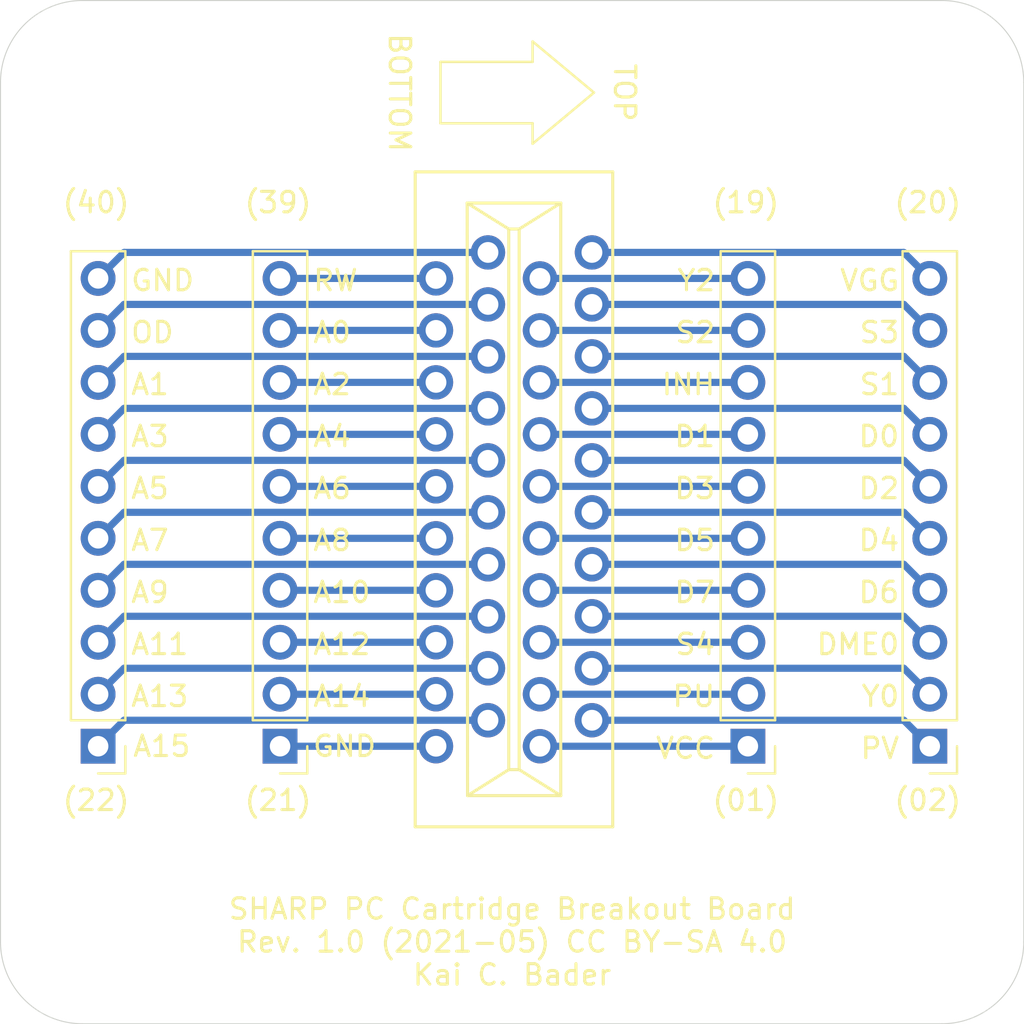
<source format=kicad_pcb>
(kicad_pcb (version 20171130) (host pcbnew 5.1.10-88a1d61d58~88~ubuntu20.10.1)

  (general
    (thickness 1.6)
    (drawings 68)
    (tracks 60)
    (zones 0)
    (modules 9)
    (nets 41)
  )

  (page User 210.007 148.488)
  (title_block
    (title "SHARP PC Cartridge Breakout Board")
    (date 2021-05-08)
    (rev 1.0)
    (company www.KaiBader.de)
    (comment 1 "CC BY-SA 4.0")
    (comment 2 "Kai C. Bader")
  )

  (layers
    (0 F.Cu signal hide)
    (31 B.Cu signal hide)
    (32 B.Adhes user)
    (33 F.Adhes user)
    (34 B.Paste user)
    (35 F.Paste user)
    (36 B.SilkS user)
    (37 F.SilkS user)
    (38 B.Mask user)
    (39 F.Mask user)
    (40 Dwgs.User user)
    (41 Cmts.User user hide)
    (42 Eco1.User user)
    (43 Eco2.User user)
    (44 Edge.Cuts user)
    (45 Margin user)
    (46 B.CrtYd user)
    (47 F.CrtYd user)
    (48 B.Fab user)
    (49 F.Fab user hide)
  )

  (setup
    (last_trace_width 0.35)
    (trace_clearance 0.2)
    (zone_clearance 0.508)
    (zone_45_only no)
    (trace_min 0.2)
    (via_size 0.8)
    (via_drill 0.4)
    (via_min_size 0.4)
    (via_min_drill 0.3)
    (uvia_size 0.3)
    (uvia_drill 0.1)
    (uvias_allowed no)
    (uvia_min_size 0.2)
    (uvia_min_drill 0.1)
    (edge_width 0.05)
    (segment_width 0.2)
    (pcb_text_width 0.3)
    (pcb_text_size 1.5 1.5)
    (mod_edge_width 0.12)
    (mod_text_size 1 1)
    (mod_text_width 0.15)
    (pad_size 1.524 1.524)
    (pad_drill 0.762)
    (pad_to_mask_clearance 0)
    (aux_axis_origin 0 0)
    (visible_elements FFFFFF7F)
    (pcbplotparams
      (layerselection 0x010ec_ffffffff)
      (usegerberextensions true)
      (usegerberattributes false)
      (usegerberadvancedattributes false)
      (creategerberjobfile false)
      (excludeedgelayer true)
      (linewidth 0.100000)
      (plotframeref false)
      (viasonmask false)
      (mode 1)
      (useauxorigin false)
      (hpglpennumber 1)
      (hpglpenspeed 20)
      (hpglpendiameter 15.000000)
      (psnegative false)
      (psa4output false)
      (plotreference true)
      (plotvalue false)
      (plotinvisibletext false)
      (padsonsilk false)
      (subtractmaskfromsilk true)
      (outputformat 1)
      (mirror false)
      (drillshape 0)
      (scaleselection 1)
      (outputdirectory "Gerber/"))
  )

  (net 0 "")
  (net 1 "Net-(J1-Pad1)")
  (net 2 "Net-(J1-Pad2)")
  (net 3 "Net-(J1-Pad3)")
  (net 4 "Net-(J1-Pad4)")
  (net 5 "Net-(J1-Pad5)")
  (net 6 "Net-(J1-Pad6)")
  (net 7 "Net-(J1-Pad7)")
  (net 8 "Net-(J1-Pad8)")
  (net 9 "Net-(J1-Pad9)")
  (net 10 "Net-(J1-Pad10)")
  (net 11 "Net-(J2-Pad10)")
  (net 12 "Net-(J2-Pad9)")
  (net 13 "Net-(J2-Pad8)")
  (net 14 "Net-(J2-Pad7)")
  (net 15 "Net-(J2-Pad6)")
  (net 16 "Net-(J2-Pad5)")
  (net 17 "Net-(J2-Pad4)")
  (net 18 "Net-(J2-Pad3)")
  (net 19 "Net-(J2-Pad2)")
  (net 20 "Net-(J2-Pad1)")
  (net 21 "Net-(J3-Pad22)")
  (net 22 "Net-(J3-Pad24)")
  (net 23 "Net-(J3-Pad26)")
  (net 24 "Net-(J3-Pad28)")
  (net 25 "Net-(J3-Pad30)")
  (net 26 "Net-(J3-Pad32)")
  (net 27 "Net-(J3-Pad34)")
  (net 28 "Net-(J3-Pad36)")
  (net 29 "Net-(J3-Pad38)")
  (net 30 "Net-(J3-Pad40)")
  (net 31 "Net-(J3-Pad2)")
  (net 32 "Net-(J3-Pad4)")
  (net 33 "Net-(J3-Pad6)")
  (net 34 "Net-(J3-Pad8)")
  (net 35 "Net-(J3-Pad10)")
  (net 36 "Net-(J3-Pad12)")
  (net 37 "Net-(J3-Pad14)")
  (net 38 "Net-(J3-Pad16)")
  (net 39 "Net-(J3-Pad18)")
  (net 40 "Net-(J3-Pad20)")

  (net_class Default "This is the default net class."
    (clearance 0.2)
    (trace_width 0.35)
    (via_dia 0.8)
    (via_drill 0.4)
    (uvia_dia 0.3)
    (uvia_drill 0.1)
    (add_net "Net-(J1-Pad1)")
    (add_net "Net-(J1-Pad10)")
    (add_net "Net-(J1-Pad2)")
    (add_net "Net-(J1-Pad3)")
    (add_net "Net-(J1-Pad4)")
    (add_net "Net-(J1-Pad5)")
    (add_net "Net-(J1-Pad6)")
    (add_net "Net-(J1-Pad7)")
    (add_net "Net-(J1-Pad8)")
    (add_net "Net-(J1-Pad9)")
    (add_net "Net-(J2-Pad1)")
    (add_net "Net-(J2-Pad10)")
    (add_net "Net-(J2-Pad2)")
    (add_net "Net-(J2-Pad3)")
    (add_net "Net-(J2-Pad4)")
    (add_net "Net-(J2-Pad5)")
    (add_net "Net-(J2-Pad6)")
    (add_net "Net-(J2-Pad7)")
    (add_net "Net-(J2-Pad8)")
    (add_net "Net-(J2-Pad9)")
    (add_net "Net-(J3-Pad10)")
    (add_net "Net-(J3-Pad12)")
    (add_net "Net-(J3-Pad14)")
    (add_net "Net-(J3-Pad16)")
    (add_net "Net-(J3-Pad18)")
    (add_net "Net-(J3-Pad2)")
    (add_net "Net-(J3-Pad20)")
    (add_net "Net-(J3-Pad22)")
    (add_net "Net-(J3-Pad24)")
    (add_net "Net-(J3-Pad26)")
    (add_net "Net-(J3-Pad28)")
    (add_net "Net-(J3-Pad30)")
    (add_net "Net-(J3-Pad32)")
    (add_net "Net-(J3-Pad34)")
    (add_net "Net-(J3-Pad36)")
    (add_net "Net-(J3-Pad38)")
    (add_net "Net-(J3-Pad4)")
    (add_net "Net-(J3-Pad40)")
    (add_net "Net-(J3-Pad6)")
    (add_net "Net-(J3-Pad8)")
  )

  (module MountingHole:MountingHole_3.2mm_M3 (layer F.Cu) (tedit 56D1B4CB) (tstamp 60933ADD)
    (at 84 44)
    (descr "Mounting Hole 3.2mm, no annular, M3")
    (tags "mounting hole 3.2mm no annular m3")
    (path /6094D8C5)
    (attr virtual)
    (fp_text reference H1 (at 0 -4.2) (layer F.SilkS) hide
      (effects (font (size 1 1) (thickness 0.15)))
    )
    (fp_text value M3 (at 0 4.2) (layer F.Fab)
      (effects (font (size 1 1) (thickness 0.15)))
    )
    (fp_circle (center 0 0) (end 3.45 0) (layer F.CrtYd) (width 0.05))
    (fp_circle (center 0 0) (end 3.2 0) (layer Cmts.User) (width 0.15))
    (fp_text user %R (at 0.3 0) (layer F.Fab)
      (effects (font (size 1 1) (thickness 0.15)))
    )
    (pad 1 np_thru_hole circle (at 0 0) (size 3.2 3.2) (drill 3.2) (layers *.Cu *.Mask))
  )

  (module MountingHole:MountingHole_3.2mm_M3 (layer F.Cu) (tedit 56D1B4CB) (tstamp 609340A6)
    (at 126 44)
    (descr "Mounting Hole 3.2mm, no annular, M3")
    (tags "mounting hole 3.2mm no annular m3")
    (path /6094EF39)
    (attr virtual)
    (fp_text reference H2 (at 0 -4.2) (layer F.SilkS) hide
      (effects (font (size 1 1) (thickness 0.15)))
    )
    (fp_text value M3 (at 0 4.2) (layer F.Fab)
      (effects (font (size 1 1) (thickness 0.15)))
    )
    (fp_circle (center 0 0) (end 3.2 0) (layer Cmts.User) (width 0.15))
    (fp_circle (center 0 0) (end 3.45 0) (layer F.CrtYd) (width 0.05))
    (fp_text user %R (at 0.3 0) (layer F.Fab)
      (effects (font (size 1 1) (thickness 0.15)))
    )
    (pad 1 np_thru_hole circle (at 0 0) (size 3.2 3.2) (drill 3.2) (layers *.Cu *.Mask))
  )

  (module MountingHole:MountingHole_3.2mm_M3 (layer F.Cu) (tedit 56D1B4CB) (tstamp 60934E00)
    (at 126 86)
    (descr "Mounting Hole 3.2mm, no annular, M3")
    (tags "mounting hole 3.2mm no annular m3")
    (path /6094F52A)
    (attr virtual)
    (fp_text reference H3 (at 0 -4.2) (layer F.SilkS) hide
      (effects (font (size 1 1) (thickness 0.15)))
    )
    (fp_text value M3 (at 0 4.2) (layer F.Fab)
      (effects (font (size 1 1) (thickness 0.15)))
    )
    (fp_circle (center 0 0) (end 3.45 0) (layer F.CrtYd) (width 0.05))
    (fp_circle (center 0 0) (end 3.2 0) (layer Cmts.User) (width 0.15))
    (fp_text user %R (at 0.3 0) (layer F.Fab)
      (effects (font (size 1 1) (thickness 0.15)))
    )
    (pad 1 np_thru_hole circle (at 0 0) (size 3.2 3.2) (drill 3.2) (layers *.Cu *.Mask))
  )

  (module MountingHole:MountingHole_3.2mm_M3 (layer F.Cu) (tedit 56D1B4CB) (tstamp 6093411D)
    (at 84 86)
    (descr "Mounting Hole 3.2mm, no annular, M3")
    (tags "mounting hole 3.2mm no annular m3")
    (path /6094FB3E)
    (attr virtual)
    (fp_text reference H4 (at 0 -4.2) (layer F.SilkS) hide
      (effects (font (size 1 1) (thickness 0.15)))
    )
    (fp_text value M3 (at 0 4.2) (layer F.Fab)
      (effects (font (size 1 1) (thickness 0.15)))
    )
    (fp_circle (center 0 0) (end 3.2 0) (layer Cmts.User) (width 0.15))
    (fp_circle (center 0 0) (end 3.45 0) (layer F.CrtYd) (width 0.05))
    (fp_text user %R (at 0.3 0) (layer F.Fab)
      (effects (font (size 1 1) (thickness 0.15)))
    )
    (pad 1 np_thru_hole circle (at 0 0) (size 3.2 3.2) (drill 3.2) (layers *.Cu *.Mask))
  )

  (module Sharp-PC-Footprints:KLS1-503-40-S (layer F.Cu) (tedit 6078A86C) (tstamp 60957417)
    (at 105.09 64.375 90)
    (descr "Sharp PC Slot Connector")
    (tags "SHARP PC SLOT CONNECTOR")
    (path /609551D6)
    (attr virtual)
    (fp_text reference J3 (at -13.335 5.715 90) (layer F.SilkS) hide
      (effects (font (size 1 1) (thickness 0.15)))
    )
    (fp_text value "40-Pin Connector" (at 9.525 5.715 90) (layer F.Fab)
      (effects (font (size 1 1) (thickness 0.15)))
    )
    (fp_line (start -16.256 5.08) (end -16.256 -5.08) (layer F.CrtYd) (width 0.05))
    (fp_line (start 16.256 5.08) (end -16.256 5.08) (layer F.CrtYd) (width 0.05))
    (fp_line (start 16.256 -5.08) (end 16.256 5.08) (layer F.CrtYd) (width 0.05))
    (fp_line (start -16.256 -5.08) (end 16.256 -5.08) (layer F.CrtYd) (width 0.05))
    (fp_line (start 14.478 2.286) (end 13.208 0.254) (layer F.SilkS) (width 0.15))
    (fp_line (start 14.478 -2.286) (end 13.208 -0.254) (layer F.SilkS) (width 0.15))
    (fp_line (start -14.478 -2.26822) (end -13.208 -0.254) (layer F.SilkS) (width 0.15))
    (fp_line (start -14.478 2.286) (end -13.208 0.254) (layer F.SilkS) (width 0.15))
    (fp_line (start 14.478 2.286) (end 14.478 -2.286) (layer F.SilkS) (width 0.15))
    (fp_line (start -14.478 -2.26822) (end -14.478 2.286) (layer F.SilkS) (width 0.15))
    (fp_line (start -14.478 2.286) (end 14.478 2.286) (layer F.SilkS) (width 0.15))
    (fp_line (start 14.478 -2.286) (end -14.478 -2.26822) (layer F.SilkS) (width 0.15))
    (fp_line (start -13.208 -0.254) (end -13.208 0.254) (layer F.SilkS) (width 0.15))
    (fp_line (start 13.208 -0.254) (end -13.208 -0.254) (layer F.SilkS) (width 0.15))
    (fp_line (start 13.208 0.254) (end 13.208 -0.254) (layer F.SilkS) (width 0.15))
    (fp_line (start -13.208 0.254) (end 13.208 0.254) (layer F.SilkS) (width 0.15))
    (fp_line (start -16.002 -4.826) (end -16.002 4.826) (layer F.SilkS) (width 0.15))
    (fp_line (start 16.002 -4.826) (end -16.002 -4.826) (layer F.SilkS) (width 0.15))
    (fp_line (start 16.002 4.826) (end 16.002 -4.826) (layer F.SilkS) (width 0.15))
    (fp_line (start -16.002 4.826) (end 16.002 4.826) (layer F.SilkS) (width 0.15))
    (pad 21 thru_hole circle (at -12.065 -3.81 90) (size 1.6764 1.6764) (drill 1.016) (layers *.Cu *.Mask)
      (net 20 "Net-(J2-Pad1)"))
    (pad 22 thru_hole circle (at -10.795 -1.27 90) (size 1.6764 1.6764) (drill 1.016) (layers *.Cu *.Mask)
      (net 21 "Net-(J3-Pad22)"))
    (pad 23 thru_hole circle (at -9.525 -3.81 90) (size 1.6764 1.6764) (drill 1.016) (layers *.Cu *.Mask)
      (net 19 "Net-(J2-Pad2)"))
    (pad 24 thru_hole circle (at -8.255 -1.27 90) (size 1.6764 1.6764) (drill 1.016) (layers *.Cu *.Mask)
      (net 22 "Net-(J3-Pad24)"))
    (pad 25 thru_hole circle (at -6.985 -3.81 90) (size 1.6764 1.6764) (drill 1.016) (layers *.Cu *.Mask)
      (net 18 "Net-(J2-Pad3)"))
    (pad 26 thru_hole circle (at -5.715 -1.27 90) (size 1.6764 1.6764) (drill 1.016) (layers *.Cu *.Mask)
      (net 23 "Net-(J3-Pad26)"))
    (pad 27 thru_hole circle (at -4.445 -3.81 90) (size 1.6764 1.6764) (drill 1.016) (layers *.Cu *.Mask)
      (net 17 "Net-(J2-Pad4)"))
    (pad 28 thru_hole circle (at -3.175 -1.27 90) (size 1.6764 1.6764) (drill 1.016) (layers *.Cu *.Mask)
      (net 24 "Net-(J3-Pad28)"))
    (pad 29 thru_hole circle (at -1.905 -3.81 90) (size 1.6764 1.6764) (drill 1.016) (layers *.Cu *.Mask)
      (net 16 "Net-(J2-Pad5)"))
    (pad 30 thru_hole circle (at -0.635 -1.27 90) (size 1.6764 1.6764) (drill 1.016) (layers *.Cu *.Mask)
      (net 25 "Net-(J3-Pad30)"))
    (pad 31 thru_hole circle (at 0.635 -3.81 90) (size 1.6764 1.6764) (drill 1.016) (layers *.Cu *.Mask)
      (net 15 "Net-(J2-Pad6)"))
    (pad 32 thru_hole circle (at 1.905 -1.27 90) (size 1.6764 1.6764) (drill 1.016) (layers *.Cu *.Mask)
      (net 26 "Net-(J3-Pad32)"))
    (pad 33 thru_hole circle (at 3.175 -3.81 90) (size 1.6764 1.6764) (drill 1.016) (layers *.Cu *.Mask)
      (net 14 "Net-(J2-Pad7)"))
    (pad 34 thru_hole circle (at 4.445 -1.27 90) (size 1.6764 1.6764) (drill 1.016) (layers *.Cu *.Mask)
      (net 27 "Net-(J3-Pad34)"))
    (pad 35 thru_hole circle (at 5.715 -3.81 90) (size 1.6764 1.6764) (drill 1.016) (layers *.Cu *.Mask)
      (net 13 "Net-(J2-Pad8)"))
    (pad 36 thru_hole circle (at 6.985 -1.27 90) (size 1.6764 1.6764) (drill 1.016) (layers *.Cu *.Mask)
      (net 28 "Net-(J3-Pad36)"))
    (pad 37 thru_hole circle (at 8.255 -3.81 90) (size 1.6764 1.6764) (drill 1.016) (layers *.Cu *.Mask)
      (net 12 "Net-(J2-Pad9)"))
    (pad 38 thru_hole circle (at 9.525 -1.27 90) (size 1.6764 1.6764) (drill 1.016) (layers *.Cu *.Mask)
      (net 29 "Net-(J3-Pad38)"))
    (pad 39 thru_hole circle (at 10.795 -3.81 90) (size 1.6764 1.6764) (drill 1.016) (layers *.Cu *.Mask)
      (net 11 "Net-(J2-Pad10)"))
    (pad 40 thru_hole circle (at 12.065 -1.27 90) (size 1.6764 1.6764) (drill 1.016) (layers *.Cu *.Mask)
      (net 30 "Net-(J3-Pad40)"))
    (pad 1 thru_hole circle (at -12.065 1.27 90) (size 1.6764 1.6764) (drill 1.016) (layers *.Cu *.Mask)
      (net 1 "Net-(J1-Pad1)"))
    (pad 2 thru_hole circle (at -10.795 3.81 90) (size 1.6764 1.6764) (drill 1.016) (layers *.Cu *.Mask)
      (net 31 "Net-(J3-Pad2)"))
    (pad 3 thru_hole circle (at -9.525 1.27 90) (size 1.6764 1.6764) (drill 1.016) (layers *.Cu *.Mask)
      (net 2 "Net-(J1-Pad2)"))
    (pad 4 thru_hole circle (at -8.255 3.81 90) (size 1.6764 1.6764) (drill 1.016) (layers *.Cu *.Mask)
      (net 32 "Net-(J3-Pad4)"))
    (pad 5 thru_hole circle (at -6.985 1.27 180) (size 1.6764 1.6764) (drill 1.016) (layers *.Cu *.Mask)
      (net 3 "Net-(J1-Pad3)"))
    (pad 6 thru_hole circle (at -5.715 3.81 90) (size 1.6764 1.6764) (drill 1.016) (layers *.Cu *.Mask)
      (net 33 "Net-(J3-Pad6)"))
    (pad 7 thru_hole circle (at -4.445 1.27 90) (size 1.6764 1.6764) (drill 1.016) (layers *.Cu *.Mask)
      (net 4 "Net-(J1-Pad4)"))
    (pad 8 thru_hole circle (at -3.175 3.81 90) (size 1.6764 1.6764) (drill 1.016) (layers *.Cu *.Mask)
      (net 34 "Net-(J3-Pad8)"))
    (pad 9 thru_hole circle (at -1.905 1.27 90) (size 1.6764 1.6764) (drill 1.016) (layers *.Cu *.Mask)
      (net 5 "Net-(J1-Pad5)"))
    (pad 10 thru_hole circle (at -0.635 3.81 90) (size 1.6764 1.6764) (drill 1.016) (layers *.Cu *.Mask)
      (net 35 "Net-(J3-Pad10)"))
    (pad 11 thru_hole circle (at 0.635 1.27 90) (size 1.6764 1.6764) (drill 1.016) (layers *.Cu *.Mask)
      (net 6 "Net-(J1-Pad6)"))
    (pad 12 thru_hole circle (at 1.905 3.81 90) (size 1.6764 1.6764) (drill 1.016) (layers *.Cu *.Mask)
      (net 36 "Net-(J3-Pad12)"))
    (pad 13 thru_hole circle (at 3.175 1.27 90) (size 1.6764 1.6764) (drill 1.016) (layers *.Cu *.Mask)
      (net 7 "Net-(J1-Pad7)"))
    (pad 14 thru_hole circle (at 4.445 3.81 90) (size 1.6764 1.6764) (drill 1.016) (layers *.Cu *.Mask)
      (net 37 "Net-(J3-Pad14)"))
    (pad 15 thru_hole circle (at 5.715 1.27 90) (size 1.6764 1.6764) (drill 1.016) (layers *.Cu *.Mask)
      (net 8 "Net-(J1-Pad8)"))
    (pad 16 thru_hole circle (at 6.985 3.81 90) (size 1.6764 1.6764) (drill 1.016) (layers *.Cu *.Mask)
      (net 38 "Net-(J3-Pad16)"))
    (pad 17 thru_hole circle (at 8.255 1.27 90) (size 1.6764 1.6764) (drill 1.016) (layers *.Cu *.Mask)
      (net 9 "Net-(J1-Pad9)"))
    (pad 18 thru_hole circle (at 9.525 3.81 90) (size 1.6764 1.6764) (drill 1.016) (layers *.Cu *.Mask)
      (net 39 "Net-(J3-Pad18)"))
    (pad 19 thru_hole circle (at 10.795 1.27 90) (size 1.6764 1.6764) (drill 1.016) (layers *.Cu *.Mask)
      (net 10 "Net-(J1-Pad10)"))
    (pad 20 thru_hole circle (at 12.065 3.81 90) (size 1.6764 1.6764) (drill 1.016) (layers *.Cu *.Mask)
      (net 40 "Net-(J3-Pad20)"))
  )

  (module Connector_PinHeader_2.54mm:PinHeader_1x10_P2.54mm_Vertical (layer F.Cu) (tedit 59FED5CC) (tstamp 609575D2)
    (at 116.52 76.44 180)
    (descr "Through hole straight pin header, 1x10, 2.54mm pitch, single row")
    (tags "Through hole pin header THT 1x10 2.54mm single row")
    (path /60947249)
    (fp_text reference J1 (at 0 -2.33) (layer F.SilkS) hide
      (effects (font (size 1 1) (thickness 0.15)))
    )
    (fp_text value PINS1 (at 0 25.19) (layer F.Fab)
      (effects (font (size 1 1) (thickness 0.15)))
    )
    (fp_line (start -0.635 -1.27) (end 1.27 -1.27) (layer F.Fab) (width 0.1))
    (fp_line (start 1.27 -1.27) (end 1.27 24.13) (layer F.Fab) (width 0.1))
    (fp_line (start 1.27 24.13) (end -1.27 24.13) (layer F.Fab) (width 0.1))
    (fp_line (start -1.27 24.13) (end -1.27 -0.635) (layer F.Fab) (width 0.1))
    (fp_line (start -1.27 -0.635) (end -0.635 -1.27) (layer F.Fab) (width 0.1))
    (fp_line (start -1.33 24.19) (end 1.33 24.19) (layer F.SilkS) (width 0.12))
    (fp_line (start -1.33 1.27) (end -1.33 24.19) (layer F.SilkS) (width 0.12))
    (fp_line (start 1.33 1.27) (end 1.33 24.19) (layer F.SilkS) (width 0.12))
    (fp_line (start -1.33 1.27) (end 1.33 1.27) (layer F.SilkS) (width 0.12))
    (fp_line (start -1.33 0) (end -1.33 -1.33) (layer F.SilkS) (width 0.12))
    (fp_line (start -1.33 -1.33) (end 0 -1.33) (layer F.SilkS) (width 0.12))
    (fp_line (start -1.8 -1.8) (end -1.8 24.65) (layer F.CrtYd) (width 0.05))
    (fp_line (start -1.8 24.65) (end 1.8 24.65) (layer F.CrtYd) (width 0.05))
    (fp_line (start 1.8 24.65) (end 1.8 -1.8) (layer F.CrtYd) (width 0.05))
    (fp_line (start 1.8 -1.8) (end -1.8 -1.8) (layer F.CrtYd) (width 0.05))
    (fp_text user %R (at 0 11.43 90) (layer F.Fab)
      (effects (font (size 1 1) (thickness 0.15)))
    )
    (pad 1 thru_hole rect (at 0 0 180) (size 1.7 1.7) (drill 1) (layers *.Cu *.Mask)
      (net 1 "Net-(J1-Pad1)"))
    (pad 2 thru_hole oval (at 0 2.54 180) (size 1.7 1.7) (drill 1) (layers *.Cu *.Mask)
      (net 2 "Net-(J1-Pad2)"))
    (pad 3 thru_hole oval (at 0 5.08 180) (size 1.7 1.7) (drill 1) (layers *.Cu *.Mask)
      (net 3 "Net-(J1-Pad3)"))
    (pad 4 thru_hole oval (at 0 7.62 180) (size 1.7 1.7) (drill 1) (layers *.Cu *.Mask)
      (net 4 "Net-(J1-Pad4)"))
    (pad 5 thru_hole oval (at 0 10.16 180) (size 1.7 1.7) (drill 1) (layers *.Cu *.Mask)
      (net 5 "Net-(J1-Pad5)"))
    (pad 6 thru_hole oval (at 0 12.7 180) (size 1.7 1.7) (drill 1) (layers *.Cu *.Mask)
      (net 6 "Net-(J1-Pad6)"))
    (pad 7 thru_hole oval (at 0 15.24 180) (size 1.7 1.7) (drill 1) (layers *.Cu *.Mask)
      (net 7 "Net-(J1-Pad7)"))
    (pad 8 thru_hole oval (at 0 17.78 180) (size 1.7 1.7) (drill 1) (layers *.Cu *.Mask)
      (net 8 "Net-(J1-Pad8)"))
    (pad 9 thru_hole oval (at 0 20.32 180) (size 1.7 1.7) (drill 1) (layers *.Cu *.Mask)
      (net 9 "Net-(J1-Pad9)"))
    (pad 10 thru_hole oval (at 0 22.86 180) (size 1.7 1.7) (drill 1) (layers *.Cu *.Mask)
      (net 10 "Net-(J1-Pad10)"))
    (model ${KISYS3DMOD}/Connector_PinHeader_2.54mm.3dshapes/PinHeader_1x10_P2.54mm_Vertical.wrl
      (at (xyz 0 0 0))
      (scale (xyz 1 1 1))
      (rotate (xyz 0 0 0))
    )
  )

  (module Connector_PinHeader_2.54mm:PinHeader_1x10_P2.54mm_Vertical (layer F.Cu) (tedit 59FED5CC) (tstamp 609574B2)
    (at 93.66 76.44 180)
    (descr "Through hole straight pin header, 1x10, 2.54mm pitch, single row")
    (tags "Through hole pin header THT 1x10 2.54mm single row")
    (path /6094EB79)
    (fp_text reference J2 (at 0 -2.33) (layer F.SilkS) hide
      (effects (font (size 1 1) (thickness 0.15)))
    )
    (fp_text value PINS2 (at 0 25.19) (layer F.Fab)
      (effects (font (size 1 1) (thickness 0.15)))
    )
    (fp_line (start 1.8 -1.8) (end -1.8 -1.8) (layer F.CrtYd) (width 0.05))
    (fp_line (start 1.8 24.65) (end 1.8 -1.8) (layer F.CrtYd) (width 0.05))
    (fp_line (start -1.8 24.65) (end 1.8 24.65) (layer F.CrtYd) (width 0.05))
    (fp_line (start -1.8 -1.8) (end -1.8 24.65) (layer F.CrtYd) (width 0.05))
    (fp_line (start -1.33 -1.33) (end 0 -1.33) (layer F.SilkS) (width 0.12))
    (fp_line (start -1.33 0) (end -1.33 -1.33) (layer F.SilkS) (width 0.12))
    (fp_line (start -1.33 1.27) (end 1.33 1.27) (layer F.SilkS) (width 0.12))
    (fp_line (start 1.33 1.27) (end 1.33 24.19) (layer F.SilkS) (width 0.12))
    (fp_line (start -1.33 1.27) (end -1.33 24.19) (layer F.SilkS) (width 0.12))
    (fp_line (start -1.33 24.19) (end 1.33 24.19) (layer F.SilkS) (width 0.12))
    (fp_line (start -1.27 -0.635) (end -0.635 -1.27) (layer F.Fab) (width 0.1))
    (fp_line (start -1.27 24.13) (end -1.27 -0.635) (layer F.Fab) (width 0.1))
    (fp_line (start 1.27 24.13) (end -1.27 24.13) (layer F.Fab) (width 0.1))
    (fp_line (start 1.27 -1.27) (end 1.27 24.13) (layer F.Fab) (width 0.1))
    (fp_line (start -0.635 -1.27) (end 1.27 -1.27) (layer F.Fab) (width 0.1))
    (fp_text user %R (at 0 11.43 90) (layer F.Fab)
      (effects (font (size 1 1) (thickness 0.15)))
    )
    (pad 10 thru_hole oval (at 0 22.86 180) (size 1.7 1.7) (drill 1) (layers *.Cu *.Mask)
      (net 11 "Net-(J2-Pad10)"))
    (pad 9 thru_hole oval (at 0 20.32 180) (size 1.7 1.7) (drill 1) (layers *.Cu *.Mask)
      (net 12 "Net-(J2-Pad9)"))
    (pad 8 thru_hole oval (at 0 17.78 180) (size 1.7 1.7) (drill 1) (layers *.Cu *.Mask)
      (net 13 "Net-(J2-Pad8)"))
    (pad 7 thru_hole oval (at 0 15.24 180) (size 1.7 1.7) (drill 1) (layers *.Cu *.Mask)
      (net 14 "Net-(J2-Pad7)"))
    (pad 6 thru_hole oval (at 0 12.7 180) (size 1.7 1.7) (drill 1) (layers *.Cu *.Mask)
      (net 15 "Net-(J2-Pad6)"))
    (pad 5 thru_hole oval (at 0 10.16 180) (size 1.7 1.7) (drill 1) (layers *.Cu *.Mask)
      (net 16 "Net-(J2-Pad5)"))
    (pad 4 thru_hole oval (at 0 7.62 180) (size 1.7 1.7) (drill 1) (layers *.Cu *.Mask)
      (net 17 "Net-(J2-Pad4)"))
    (pad 3 thru_hole oval (at 0 5.08 180) (size 1.7 1.7) (drill 1) (layers *.Cu *.Mask)
      (net 18 "Net-(J2-Pad3)"))
    (pad 2 thru_hole oval (at 0 2.54 180) (size 1.7 1.7) (drill 1) (layers *.Cu *.Mask)
      (net 19 "Net-(J2-Pad2)"))
    (pad 1 thru_hole rect (at 0 0 180) (size 1.7 1.7) (drill 1) (layers *.Cu *.Mask)
      (net 20 "Net-(J2-Pad1)"))
    (model ${KISYS3DMOD}/Connector_PinHeader_2.54mm.3dshapes/PinHeader_1x10_P2.54mm_Vertical.wrl
      (at (xyz 0 0 0))
      (scale (xyz 1 1 1))
      (rotate (xyz 0 0 0))
    )
  )

  (module Connector_PinHeader_2.54mm:PinHeader_1x10_P2.54mm_Vertical (layer F.Cu) (tedit 59FED5CC) (tstamp 60957557)
    (at 125.41 76.44 180)
    (descr "Through hole straight pin header, 1x10, 2.54mm pitch, single row")
    (tags "Through hole pin header THT 1x10 2.54mm single row")
    (path /6095318A)
    (fp_text reference J4 (at 0 -2.33) (layer F.SilkS) hide
      (effects (font (size 1 1) (thickness 0.15)))
    )
    (fp_text value PINS4 (at 0 25.19) (layer F.Fab)
      (effects (font (size 1 1) (thickness 0.15)))
    )
    (fp_line (start -0.635 -1.27) (end 1.27 -1.27) (layer F.Fab) (width 0.1))
    (fp_line (start 1.27 -1.27) (end 1.27 24.13) (layer F.Fab) (width 0.1))
    (fp_line (start 1.27 24.13) (end -1.27 24.13) (layer F.Fab) (width 0.1))
    (fp_line (start -1.27 24.13) (end -1.27 -0.635) (layer F.Fab) (width 0.1))
    (fp_line (start -1.27 -0.635) (end -0.635 -1.27) (layer F.Fab) (width 0.1))
    (fp_line (start -1.33 24.19) (end 1.33 24.19) (layer F.SilkS) (width 0.12))
    (fp_line (start -1.33 1.27) (end -1.33 24.19) (layer F.SilkS) (width 0.12))
    (fp_line (start 1.33 1.27) (end 1.33 24.19) (layer F.SilkS) (width 0.12))
    (fp_line (start -1.33 1.27) (end 1.33 1.27) (layer F.SilkS) (width 0.12))
    (fp_line (start -1.33 0) (end -1.33 -1.33) (layer F.SilkS) (width 0.12))
    (fp_line (start -1.33 -1.33) (end 0 -1.33) (layer F.SilkS) (width 0.12))
    (fp_line (start -1.8 -1.8) (end -1.8 24.65) (layer F.CrtYd) (width 0.05))
    (fp_line (start -1.8 24.65) (end 1.8 24.65) (layer F.CrtYd) (width 0.05))
    (fp_line (start 1.8 24.65) (end 1.8 -1.8) (layer F.CrtYd) (width 0.05))
    (fp_line (start 1.8 -1.8) (end -1.8 -1.8) (layer F.CrtYd) (width 0.05))
    (fp_text user %R (at 0 11.43 90) (layer F.Fab)
      (effects (font (size 1 1) (thickness 0.15)))
    )
    (pad 1 thru_hole rect (at 0 0 180) (size 1.7 1.7) (drill 1) (layers *.Cu *.Mask)
      (net 31 "Net-(J3-Pad2)"))
    (pad 2 thru_hole oval (at 0 2.54 180) (size 1.7 1.7) (drill 1) (layers *.Cu *.Mask)
      (net 32 "Net-(J3-Pad4)"))
    (pad 3 thru_hole oval (at 0 5.08 180) (size 1.7 1.7) (drill 1) (layers *.Cu *.Mask)
      (net 33 "Net-(J3-Pad6)"))
    (pad 4 thru_hole oval (at 0 7.62 180) (size 1.7 1.7) (drill 1) (layers *.Cu *.Mask)
      (net 34 "Net-(J3-Pad8)"))
    (pad 5 thru_hole oval (at 0 10.16 180) (size 1.7 1.7) (drill 1) (layers *.Cu *.Mask)
      (net 35 "Net-(J3-Pad10)"))
    (pad 6 thru_hole oval (at 0 12.7 180) (size 1.7 1.7) (drill 1) (layers *.Cu *.Mask)
      (net 36 "Net-(J3-Pad12)"))
    (pad 7 thru_hole oval (at 0 15.24 180) (size 1.7 1.7) (drill 1) (layers *.Cu *.Mask)
      (net 37 "Net-(J3-Pad14)"))
    (pad 8 thru_hole oval (at 0 17.78 180) (size 1.7 1.7) (drill 1) (layers *.Cu *.Mask)
      (net 38 "Net-(J3-Pad16)"))
    (pad 9 thru_hole oval (at 0 20.32 180) (size 1.7 1.7) (drill 1) (layers *.Cu *.Mask)
      (net 39 "Net-(J3-Pad18)"))
    (pad 10 thru_hole oval (at 0 22.86 180) (size 1.7 1.7) (drill 1) (layers *.Cu *.Mask)
      (net 40 "Net-(J3-Pad20)"))
    (model ${KISYS3DMOD}/Connector_PinHeader_2.54mm.3dshapes/PinHeader_1x10_P2.54mm_Vertical.wrl
      (at (xyz 0 0 0))
      (scale (xyz 1 1 1))
      (rotate (xyz 0 0 0))
    )
  )

  (module Connector_PinHeader_2.54mm:PinHeader_1x10_P2.54mm_Vertical (layer F.Cu) (tedit 59FED5CC) (tstamp 60957656)
    (at 84.77 76.44 180)
    (descr "Through hole straight pin header, 1x10, 2.54mm pitch, single row")
    (tags "Through hole pin header THT 1x10 2.54mm single row")
    (path /60953312)
    (fp_text reference J5 (at 0 -2.33) (layer F.SilkS) hide
      (effects (font (size 1 1) (thickness 0.15)))
    )
    (fp_text value PINS3 (at 0 25.19) (layer F.Fab)
      (effects (font (size 1 1) (thickness 0.15)))
    )
    (fp_line (start 1.8 -1.8) (end -1.8 -1.8) (layer F.CrtYd) (width 0.05))
    (fp_line (start 1.8 24.65) (end 1.8 -1.8) (layer F.CrtYd) (width 0.05))
    (fp_line (start -1.8 24.65) (end 1.8 24.65) (layer F.CrtYd) (width 0.05))
    (fp_line (start -1.8 -1.8) (end -1.8 24.65) (layer F.CrtYd) (width 0.05))
    (fp_line (start -1.33 -1.33) (end 0 -1.33) (layer F.SilkS) (width 0.12))
    (fp_line (start -1.33 0) (end -1.33 -1.33) (layer F.SilkS) (width 0.12))
    (fp_line (start -1.33 1.27) (end 1.33 1.27) (layer F.SilkS) (width 0.12))
    (fp_line (start 1.33 1.27) (end 1.33 24.19) (layer F.SilkS) (width 0.12))
    (fp_line (start -1.33 1.27) (end -1.33 24.19) (layer F.SilkS) (width 0.12))
    (fp_line (start -1.33 24.19) (end 1.33 24.19) (layer F.SilkS) (width 0.12))
    (fp_line (start -1.27 -0.635) (end -0.635 -1.27) (layer F.Fab) (width 0.1))
    (fp_line (start -1.27 24.13) (end -1.27 -0.635) (layer F.Fab) (width 0.1))
    (fp_line (start 1.27 24.13) (end -1.27 24.13) (layer F.Fab) (width 0.1))
    (fp_line (start 1.27 -1.27) (end 1.27 24.13) (layer F.Fab) (width 0.1))
    (fp_line (start -0.635 -1.27) (end 1.27 -1.27) (layer F.Fab) (width 0.1))
    (fp_text user %R (at 0 11.43 90) (layer F.Fab)
      (effects (font (size 1 1) (thickness 0.15)))
    )
    (pad 10 thru_hole oval (at 0 22.86 180) (size 1.7 1.7) (drill 1) (layers *.Cu *.Mask)
      (net 30 "Net-(J3-Pad40)"))
    (pad 9 thru_hole oval (at 0 20.32 180) (size 1.7 1.7) (drill 1) (layers *.Cu *.Mask)
      (net 29 "Net-(J3-Pad38)"))
    (pad 8 thru_hole oval (at 0 17.78 180) (size 1.7 1.7) (drill 1) (layers *.Cu *.Mask)
      (net 28 "Net-(J3-Pad36)"))
    (pad 7 thru_hole oval (at 0 15.24 180) (size 1.7 1.7) (drill 1) (layers *.Cu *.Mask)
      (net 27 "Net-(J3-Pad34)"))
    (pad 6 thru_hole oval (at 0 12.7 180) (size 1.7 1.7) (drill 1) (layers *.Cu *.Mask)
      (net 26 "Net-(J3-Pad32)"))
    (pad 5 thru_hole oval (at 0 10.16 180) (size 1.7 1.7) (drill 1) (layers *.Cu *.Mask)
      (net 25 "Net-(J3-Pad30)"))
    (pad 4 thru_hole oval (at 0 7.62 180) (size 1.7 1.7) (drill 1) (layers *.Cu *.Mask)
      (net 24 "Net-(J3-Pad28)"))
    (pad 3 thru_hole oval (at 0 5.08 180) (size 1.7 1.7) (drill 1) (layers *.Cu *.Mask)
      (net 23 "Net-(J3-Pad26)"))
    (pad 2 thru_hole oval (at 0 2.54 180) (size 1.7 1.7) (drill 1) (layers *.Cu *.Mask)
      (net 22 "Net-(J3-Pad24)"))
    (pad 1 thru_hole rect (at 0 0 180) (size 1.7 1.7) (drill 1) (layers *.Cu *.Mask)
      (net 21 "Net-(J3-Pad22)"))
    (model ${KISYS3DMOD}/Connector_PinHeader_2.54mm.3dshapes/PinHeader_1x10_P2.54mm_Vertical.wrl
      (at (xyz 0 0 0))
      (scale (xyz 1 1 1))
      (rotate (xyz 0 0 0))
    )
  )

  (gr_text "SHARP PC Cartridge Breakout Board\nRev. 1.0 (2021-05) CC BY-SA 4.0\nKai C. Bader" (at 105 86) (layer F.SilkS)
    (effects (font (size 1 1) (thickness 0.15)))
  )
  (gr_text GND (at 86.3 53.68) (layer F.SilkS)
    (effects (font (size 1 1) (thickness 0.15)) (justify left))
  )
  (gr_text RW (at 95.2 53.68) (layer F.SilkS)
    (effects (font (size 1 1) (thickness 0.15)) (justify left))
  )
  (gr_text OD (at 86.3 56.22) (layer F.SilkS)
    (effects (font (size 1 1) (thickness 0.15)) (justify left))
  )
  (gr_text A0 (at 95.2 56.22) (layer F.SilkS)
    (effects (font (size 1 1) (thickness 0.15)) (justify left))
  )
  (gr_text A1 (at 86.3 58.76) (layer F.SilkS)
    (effects (font (size 1 1) (thickness 0.15)) (justify left))
  )
  (gr_text A2 (at 95.2 58.76) (layer F.SilkS)
    (effects (font (size 1 1) (thickness 0.15)) (justify left))
  )
  (gr_text A3 (at 86.3 61.3) (layer F.SilkS)
    (effects (font (size 1 1) (thickness 0.15)) (justify left))
  )
  (gr_text A4 (at 95.2 61.3) (layer F.SilkS)
    (effects (font (size 1 1) (thickness 0.15)) (justify left))
  )
  (gr_text A5 (at 86.3 63.84) (layer F.SilkS)
    (effects (font (size 1 1) (thickness 0.15)) (justify left))
  )
  (gr_text A6 (at 95.2 63.84) (layer F.SilkS)
    (effects (font (size 1 1) (thickness 0.15)) (justify left))
  )
  (gr_text A7 (at 86.3 66.38) (layer F.SilkS)
    (effects (font (size 1 1) (thickness 0.15)) (justify left))
  )
  (gr_text A8 (at 95.2 66.38) (layer F.SilkS)
    (effects (font (size 1 1) (thickness 0.15)) (justify left))
  )
  (gr_text A9 (at 86.3 68.92) (layer F.SilkS)
    (effects (font (size 1 1) (thickness 0.15)) (justify left))
  )
  (gr_text A10 (at 95.2 68.92) (layer F.SilkS)
    (effects (font (size 1 1) (thickness 0.15)) (justify left))
  )
  (gr_text A11 (at 86.3 71.46) (layer F.SilkS)
    (effects (font (size 1 1) (thickness 0.15)) (justify left))
  )
  (gr_text A12 (at 95.2 71.46) (layer F.SilkS)
    (effects (font (size 1 1) (thickness 0.15)) (justify left))
  )
  (gr_text A13 (at 86.3 74) (layer F.SilkS)
    (effects (font (size 1 1) (thickness 0.15)) (justify left))
  )
  (gr_text A14 (at 95.2 74) (layer F.SilkS)
    (effects (font (size 1 1) (thickness 0.15)) (justify left))
  )
  (gr_text A15 (at 86.4 76.44) (layer F.SilkS)
    (effects (font (size 1 1) (thickness 0.15)) (justify left))
  )
  (gr_text GND (at 95.19 76.44) (layer F.SilkS)
    (effects (font (size 1 1) (thickness 0.15)) (justify left))
  )
  (gr_text VGG (at 124 53.68) (layer F.SilkS) (tstamp 60964B1B)
    (effects (font (size 1 1) (thickness 0.15)) (justify right))
  )
  (gr_text Y2 (at 115 53.68) (layer F.SilkS)
    (effects (font (size 1 1) (thickness 0.15)) (justify right))
  )
  (gr_text S3 (at 124 56.22) (layer F.SilkS)
    (effects (font (size 1 1) (thickness 0.15)) (justify right))
  )
  (gr_text S2 (at 115 56.22) (layer F.SilkS)
    (effects (font (size 1 1) (thickness 0.15)) (justify right))
  )
  (gr_text S1 (at 124 58.76) (layer F.SilkS) (tstamp 60964B23)
    (effects (font (size 1 1) (thickness 0.15)) (justify right))
  )
  (gr_text INH (at 115 58.76) (layer F.SilkS)
    (effects (font (size 1 1) (thickness 0.15)) (justify right))
  )
  (gr_text D0 (at 124 61.3) (layer F.SilkS)
    (effects (font (size 1 1) (thickness 0.15)) (justify right))
  )
  (gr_text D1 (at 115 61.3) (layer F.SilkS)
    (effects (font (size 1 1) (thickness 0.15)) (justify right))
  )
  (gr_text D2 (at 124 63.84) (layer F.SilkS)
    (effects (font (size 1 1) (thickness 0.15)) (justify right))
  )
  (gr_text D3 (at 115 63.84) (layer F.SilkS)
    (effects (font (size 1 1) (thickness 0.15)) (justify right))
  )
  (gr_text D4 (at 124 66.38) (layer F.SilkS)
    (effects (font (size 1 1) (thickness 0.15)) (justify right))
  )
  (gr_text D5 (at 115 66.38) (layer F.SilkS)
    (effects (font (size 1 1) (thickness 0.15)) (justify right))
  )
  (gr_text D6 (at 124 68.92) (layer F.SilkS)
    (effects (font (size 1 1) (thickness 0.15)) (justify right))
  )
  (gr_text D7 (at 115 68.92) (layer F.SilkS)
    (effects (font (size 1 1) (thickness 0.15)) (justify right))
  )
  (gr_text DME0 (at 124 71.46) (layer F.SilkS)
    (effects (font (size 1 1) (thickness 0.15)) (justify right))
  )
  (gr_text S4 (at 115 71.46) (layer F.SilkS)
    (effects (font (size 1 1) (thickness 0.15)) (justify right))
  )
  (gr_text Y0 (at 124 74) (layer F.SilkS)
    (effects (font (size 1 1) (thickness 0.15)) (justify right))
  )
  (gr_text PU (at 115 74) (layer F.SilkS)
    (effects (font (size 1 1) (thickness 0.15)) (justify right))
  )
  (gr_text PV (at 124 76.54) (layer F.SilkS)
    (effects (font (size 1 1) (thickness 0.15)) (justify right))
  )
  (gr_text VCC (at 115 76.54) (layer F.SilkS)
    (effects (font (size 1 1) (thickness 0.15)) (justify right))
  )
  (gr_text "(40)" (at 84.67 49.87) (layer F.SilkS)
    (effects (font (size 1 1) (thickness 0.15)))
  )
  (gr_text "(39)" (at 93.56 49.87) (layer F.SilkS)
    (effects (font (size 1 1) (thickness 0.15)))
  )
  (gr_text "(22)" (at 84.67 79.08) (layer F.SilkS)
    (effects (font (size 1 1) (thickness 0.15)))
  )
  (gr_text "(21)" (at 93.56 79.08) (layer F.SilkS)
    (effects (font (size 1 1) (thickness 0.15)))
  )
  (gr_text "(20)" (at 125.31 49.87) (layer F.SilkS)
    (effects (font (size 1 1) (thickness 0.15)))
  )
  (gr_text "(19)" (at 116.42 49.87) (layer F.SilkS)
    (effects (font (size 1 1) (thickness 0.15)))
  )
  (gr_text "(02)" (at 125.31 79.08) (layer F.SilkS)
    (effects (font (size 1 1) (thickness 0.15)))
  )
  (gr_text "(01)" (at 116.42 79.08) (layer F.SilkS)
    (effects (font (size 1 1) (thickness 0.15)))
  )
  (gr_line (start 101.5 43) (end 101.5 46) (layer F.SilkS) (width 0.12) (tstamp 60936066))
  (gr_line (start 106 43) (end 101.5 43) (layer F.SilkS) (width 0.12))
  (gr_line (start 106 42) (end 106 43) (layer F.SilkS) (width 0.12))
  (gr_line (start 109 44.5) (end 106 42) (layer F.SilkS) (width 0.12))
  (gr_line (start 106 47) (end 109 44.5) (layer F.SilkS) (width 0.12))
  (gr_line (start 106 46) (end 106 47) (layer F.SilkS) (width 0.12))
  (gr_line (start 101.5 46) (end 106 46) (layer F.SilkS) (width 0.12))
  (gr_text BOTTOM (at 99.5 44.5 -90) (layer F.SilkS)
    (effects (font (size 1 1) (thickness 0.15)))
  )
  (gr_text TOP (at 110.5 44.5 -90) (layer F.SilkS)
    (effects (font (size 1 1) (thickness 0.15)))
  )
  (gr_arc (start 126 44) (end 130 44) (angle -90) (layer Edge.Cuts) (width 0.05))
  (gr_arc (start 126 86) (end 126 90) (angle -90) (layer Edge.Cuts) (width 0.05))
  (gr_arc (start 84 86) (end 80 86) (angle -90) (layer Edge.Cuts) (width 0.05))
  (gr_arc (start 84 44) (end 84 40) (angle -90) (layer Edge.Cuts) (width 0.05))
  (gr_line (start 75 65) (end 135 65) (layer Cmts.User) (width 0.15))
  (gr_line (start 105 35) (end 105 95) (layer Cmts.User) (width 0.15))
  (gr_line (start 80 86) (end 80 44) (layer Edge.Cuts) (width 0.05) (tstamp 60933E85))
  (gr_line (start 126 90) (end 84 90) (layer Edge.Cuts) (width 0.05))
  (gr_line (start 130 44) (end 130 86) (layer Edge.Cuts) (width 0.05))
  (gr_line (start 84 40) (end 126 40) (layer Edge.Cuts) (width 0.05))

  (segment (start 106.36 76.44) (end 116.52 76.44) (width 0.35) (layer B.Cu) (net 1) (tstamp 6095762B))
  (segment (start 106.36 73.9) (end 116.52 73.9) (width 0.35) (layer B.Cu) (net 2) (tstamp 6095769A))
  (segment (start 106.36 71.36) (end 116.52 71.36) (width 0.35) (layer B.Cu) (net 3) (tstamp 60957619))
  (segment (start 106.36 68.82) (end 116.52 68.82) (width 0.35) (layer B.Cu) (net 4) (tstamp 6095760D))
  (segment (start 106.36 66.28) (end 116.52 66.28) (width 0.35) (layer B.Cu) (net 5) (tstamp 6095751D))
  (segment (start 106.36 63.74) (end 116.52 63.74) (width 0.35) (layer B.Cu) (net 6) (tstamp 609575A7))
  (segment (start 106.36 61.2) (end 116.52 61.2) (width 0.35) (layer B.Cu) (net 7) (tstamp 6095759E))
  (segment (start 106.36 58.66) (end 116.52 58.66) (width 0.35) (layer B.Cu) (net 8) (tstamp 609575AA))
  (segment (start 106.36 56.12) (end 116.52 56.12) (width 0.35) (layer B.Cu) (net 9) (tstamp 6095750E))
  (segment (start 106.36 53.58) (end 116.52 53.58) (width 0.35) (layer B.Cu) (net 10) (tstamp 60957637))
  (segment (start 93.66 53.58) (end 101.28 53.58) (width 0.35) (layer B.Cu) (net 11) (tstamp 609575A4))
  (segment (start 93.66 56.12) (end 101.28 56.12) (width 0.35) (layer B.Cu) (net 12) (tstamp 60957625))
  (segment (start 93.66 58.66) (end 101.28 58.66) (width 0.35) (layer B.Cu) (net 13) (tstamp 60957508))
  (segment (start 93.66 61.2) (end 101.28 61.2) (width 0.35) (layer B.Cu) (net 14) (tstamp 6095752C))
  (segment (start 93.66 63.74) (end 101.28 63.74) (width 0.35) (layer B.Cu) (net 15) (tstamp 6095752F))
  (segment (start 93.66 66.28) (end 101.28 66.28) (width 0.35) (layer B.Cu) (net 16) (tstamp 60957616))
  (segment (start 93.66 68.82) (end 101.28 68.82) (width 0.35) (layer B.Cu) (net 17) (tstamp 60957502))
  (segment (start 93.66 71.36) (end 101.28 71.36) (width 0.35) (layer B.Cu) (net 18) (tstamp 60957526))
  (segment (start 93.66 73.9) (end 101.28 73.9) (width 0.35) (layer B.Cu) (net 19) (tstamp 6095761C))
  (segment (start 93.66 76.44) (end 101.28 76.44) (width 0.35) (layer B.Cu) (net 20) (tstamp 609573D3))
  (segment (start 86.04 75.17) (end 84.77 76.44) (width 0.35) (layer B.Cu) (net 21) (tstamp 60957595))
  (segment (start 103.82 75.17) (end 86.04 75.17) (width 0.35) (layer B.Cu) (net 21) (tstamp 60957505))
  (segment (start 86.04 72.63) (end 84.77 73.9) (width 0.35) (layer B.Cu) (net 22) (tstamp 60957631))
  (segment (start 103.82 72.63) (end 86.04 72.63) (width 0.35) (layer B.Cu) (net 22) (tstamp 60957691))
  (segment (start 86.04 70.09) (end 84.77 71.36) (width 0.35) (layer B.Cu) (net 23) (tstamp 60957598))
  (segment (start 103.82 70.09) (end 86.04 70.09) (width 0.35) (layer B.Cu) (net 23) (tstamp 60957529))
  (segment (start 86.04 67.55) (end 84.77 68.82) (width 0.35) (layer B.Cu) (net 24) (tstamp 60957523))
  (segment (start 103.82 67.55) (end 86.04 67.55) (width 0.35) (layer B.Cu) (net 24) (tstamp 609574FF))
  (segment (start 86.04 65.01) (end 84.77 66.28) (width 0.35) (layer B.Cu) (net 25) (tstamp 60957517))
  (segment (start 103.82 65.01) (end 86.04 65.01) (width 0.35) (layer B.Cu) (net 25) (tstamp 60957532))
  (segment (start 86.04 62.47) (end 84.77 63.74) (width 0.35) (layer B.Cu) (net 26) (tstamp 6095762E))
  (segment (start 103.82 62.47) (end 86.04 62.47) (width 0.35) (layer B.Cu) (net 26) (tstamp 60957622))
  (segment (start 86.04 59.93) (end 84.77 61.2) (width 0.35) (layer B.Cu) (net 27) (tstamp 6095761F))
  (segment (start 103.82 59.93) (end 86.04 59.93) (width 0.35) (layer B.Cu) (net 27) (tstamp 60957511))
  (segment (start 86.04 57.39) (end 84.77 58.66) (width 0.35) (layer B.Cu) (net 28) (tstamp 60957613))
  (segment (start 103.82 57.39) (end 86.04 57.39) (width 0.35) (layer B.Cu) (net 28) (tstamp 6095750B))
  (segment (start 86.04 54.85) (end 84.77 56.12) (width 0.35) (layer B.Cu) (net 29) (tstamp 609574ED))
  (segment (start 103.82 54.85) (end 86.04 54.85) (width 0.35) (layer B.Cu) (net 29) (tstamp 60957592))
  (segment (start 86.04 52.31) (end 84.77 53.58) (width 0.35) (layer B.Cu) (net 30) (tstamp 6095751A))
  (segment (start 103.82 52.31) (end 86.04 52.31) (width 0.35) (layer B.Cu) (net 30) (tstamp 60957634))
  (segment (start 124.14 75.17) (end 125.41 76.44) (width 0.35) (layer B.Cu) (net 31) (tstamp 60957535))
  (segment (start 108.9 75.17) (end 124.14 75.17) (width 0.35) (layer B.Cu) (net 31) (tstamp 60957697))
  (segment (start 124.14 72.63) (end 125.41 73.9) (width 0.35) (layer B.Cu) (net 32) (tstamp 609574F3))
  (segment (start 108.9 72.63) (end 124.14 72.63) (width 0.35) (layer B.Cu) (net 32) (tstamp 60957520))
  (segment (start 124.14 70.09) (end 125.41 71.36) (width 0.35) (layer B.Cu) (net 33) (tstamp 609574F6))
  (segment (start 108.9 70.09) (end 124.14 70.09) (width 0.35) (layer B.Cu) (net 33) (tstamp 60957610))
  (segment (start 124.14 67.55) (end 125.41 68.82) (width 0.35) (layer B.Cu) (net 34) (tstamp 6095769D))
  (segment (start 108.9 67.55) (end 124.14 67.55) (width 0.35) (layer B.Cu) (net 34) (tstamp 60957538))
  (segment (start 124.14 65.01) (end 125.41 66.28) (width 0.35) (layer B.Cu) (net 35) (tstamp 609574F0))
  (segment (start 108.9 65.01) (end 124.14 65.01) (width 0.35) (layer B.Cu) (net 35) (tstamp 609573D6))
  (segment (start 124.14 62.47) (end 125.41 63.74) (width 0.35) (layer B.Cu) (net 36) (tstamp 6095759B))
  (segment (start 108.9 62.47) (end 124.14 62.47) (width 0.35) (layer B.Cu) (net 36) (tstamp 60957628))
  (segment (start 124.14 59.93) (end 125.41 61.2) (width 0.35) (layer B.Cu) (net 37) (tstamp 609575B0))
  (segment (start 108.9 59.93) (end 124.14 59.93) (width 0.35) (layer B.Cu) (net 37) (tstamp 60957514))
  (segment (start 124.14 57.39) (end 125.41 58.66) (width 0.35) (layer B.Cu) (net 38) (tstamp 609574FC))
  (segment (start 108.9 57.39) (end 124.14 57.39) (width 0.35) (layer B.Cu) (net 38) (tstamp 609575B3))
  (segment (start 124.14 54.85) (end 125.41 56.12) (width 0.35) (layer B.Cu) (net 39) (tstamp 609574F9))
  (segment (start 108.9 54.85) (end 124.14 54.85) (width 0.35) (layer B.Cu) (net 39) (tstamp 609575A1))
  (segment (start 124.14 52.31) (end 125.41 53.58) (width 0.35) (layer B.Cu) (net 40) (tstamp 60957694))
  (segment (start 108.9 52.31) (end 124.14 52.31) (width 0.35) (layer B.Cu) (net 40) (tstamp 609575AD))

)

</source>
